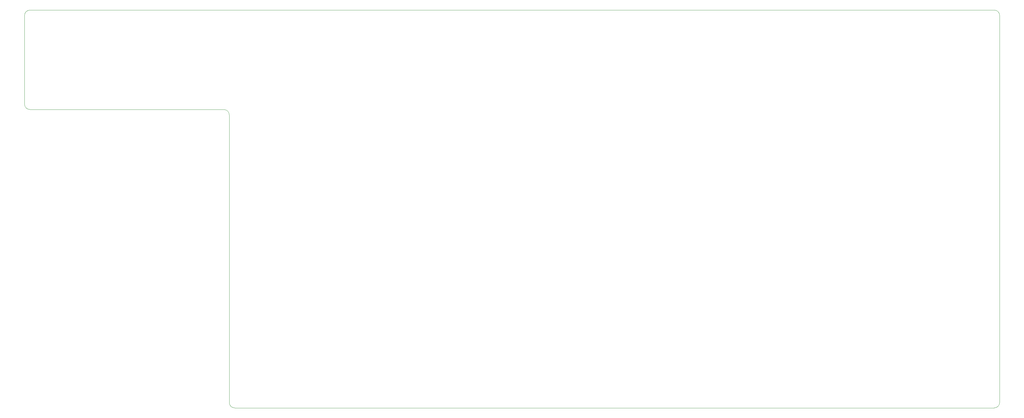
<source format=gbr>
%TF.GenerationSoftware,KiCad,Pcbnew,(7.0.0)*%
%TF.CreationDate,2023-03-03T17:09:00-06:00*%
%TF.ProjectId,Frosty,46726f73-7479-42e6-9b69-6361645f7063,rev?*%
%TF.SameCoordinates,Original*%
%TF.FileFunction,Profile,NP*%
%FSLAX46Y46*%
G04 Gerber Fmt 4.6, Leading zero omitted, Abs format (unit mm)*
G04 Created by KiCad (PCBNEW (7.0.0)) date 2023-03-03 17:09:00*
%MOMM*%
%LPD*%
G01*
G04 APERTURE LIST*
%TA.AperFunction,Profile*%
%ADD10C,0.100000*%
%TD*%
G04 APERTURE END LIST*
D10*
X306387500Y-137318750D02*
G75*
G03*
X307975000Y-135731250I0J1587500D01*
G01*
X306387500Y-137318750D02*
X82550000Y-137318750D01*
X80962500Y-50800000D02*
G75*
G03*
X79375000Y-49212500I-1587500J0D01*
G01*
X307975050Y-21431250D02*
G75*
G03*
X306387500Y-19843750I-1587550J-50D01*
G01*
X22225000Y-19843750D02*
G75*
G03*
X20637500Y-21431250I0J-1587500D01*
G01*
X307975000Y-21431250D02*
X307975000Y-135731250D01*
X79375000Y-49212500D02*
X22225000Y-49212500D01*
X80962500Y-135731250D02*
X80962500Y-50800000D01*
X22225000Y-19843750D02*
X306387500Y-19843750D01*
X20637500Y-47625000D02*
X20637500Y-21431250D01*
X20637500Y-47625000D02*
G75*
G03*
X22225000Y-49212500I1587500J0D01*
G01*
X80962450Y-135731250D02*
G75*
G03*
X82550000Y-137318750I1587550J50D01*
G01*
M02*

</source>
